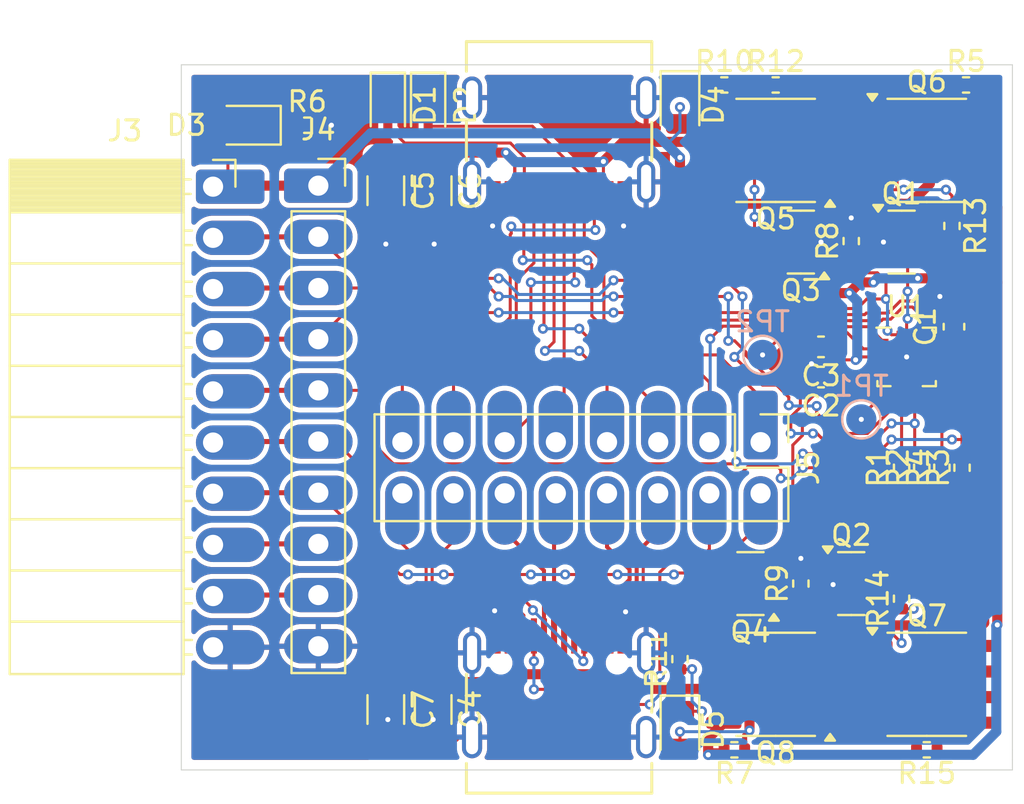
<source format=kicad_pcb>
(kicad_pcb (version 20241229) (generator "pcbnew") (generator_version "9.0")
  (layers (0 "F.Cu" signal) (2 "B.Cu" signal) (13 "F.Paste" user) (15 "B.Paste" user) (5 "F.SilkS" user "F.Silkscreen") (7 "B.SilkS" user "B.Silkscreen") (1 "F.Mask" user) (3 "B.Mask" user) (25 "Edge.Cuts" user))
  (net 0 "")
  (net 1 "+5V")
  (net 2 "GND")
  (net 3 "Net-(U1-BYPASS)")
  (net 4 "/USBOUT_VBUS")
  (net 5 "/USBIN_VBUS")
  (net 6 "/USBIN_CC2")
  (net 7 "/USBIN_CC1")
  (net 8 "/USBIN_SBU2")
  (net 9 "/USBIN_DA_N")
  (net 10 "/USBIN_SBU1")
  (net 11 "/USBIN_DA_P")
  (net 12 "/USBIN_DB_N")
  (net 13 "/USBOUT_SBU1")
  (net 14 "/USBOUT_DA_P")
  (net 15 "/USBOUT_CC1")
  (net 16 "/USBOUT_CC2")
  (net 17 "/USBOUT_SBU2")
  (net 18 "/USBOUT_DB_N")
  (net 19 "/USBOUT_DA_N")
  (net 20 "/EN_SNK")
  (net 21 "/I2C_SDA")
  (net 22 "/~{ALERT}")
  (net 23 "/I2C_SCL")
  (net 24 "Net-(J3-Pin_8)")
  (net 25 "/~{FAULT}")
  (net 26 "/EN_SRC")
  (net 27 "Net-(J3-Pin_9)")
  (net 28 "Net-(U1-ILM_5_VBUS)")
  (net 29 "Net-(U1-FRS_EN)")
  (net 32 "Net-(D4-K)")
  (net 33 "Net-(D5-K)")
  (net 34 "Net-(D3-K)")
  (net 35 "/~{EN_SRC}")
  (net 36 "/~{EN_SNK}")
  (net 37 "Net-(Q3-D)")
  (net 38 "Net-(Q4-D)")
  (net 39 "/USBIN_DB_P")
  (net 40 "/USBOUT_DB_P")
  (net 41 "Net-(Q5-G)")
  (net 42 "Net-(Q7-G)")
  (net 43 "Net-(Q5-S-Pad1)")
  (net 44 "Net-(Q7-S-Pad1)")
  (footprint "lib:R_0402_1005Metric" (layer "F.Cu") (at 69 102.5 90)
    (property "Reference" "R1")
    (property "Value" "4.7k")
  )
  (footprint "lib:SO-8_3.9x4.9mm_P1.27mm" (layer "F.Cu") (at 70.25 86.75)
    (property "Reference" "Q6")
    (property "Value" "AO4407A")
  )
  (footprint "lib:USB_C_Receptacle_LCSC_C165948" (layer "F.Cu") (at 52 114)
    (property "Reference" "J2" (hide yes))
    (property "Value" "USB_C_Receptacle_USB2.0_16P" (hide yes))
  )
  (footprint "lib:R_0402_1005Metric" (layer "F.Cu") (at 72.2 83.5)
    (property "Reference" "R5")
    (property "Value" "0R")
  )
  (footprint "lib:R_0402_1005Metric" (layer "F.Cu") (at 62.75 83.5)
    (property "Reference" "R12")
    (property "Value" "100k")
  )
  (footprint "lib:C_0603_1608Metric" (layer "F.Cu") (at 65 98 180)
    (property "Reference" "C2")
    (property "Value" "2.2uF/16V")
  )
  (footprint "lib:SOT-23-GSD" (layer "F.Cu") (at 61.5 108.25 180)
    (property "Reference" "Q4")
    (property "Value" "AO3400A")
  )
  (footprint "lib:D_SOD-323" (layer "F.Cu") (at 43.5 84.5 -90)
    (property "Reference" "D1")
    (property "Value" "PESD5V0S1BA")
  )
  (footprint "lib:PinSocket_1x10_P2.54mm_Horizontal" (layer "F.Cu") (at 34.825 88.55)
    (property "Reference" "J3")
    (property "Value" "Bus Pirate")
  )
  (footprint "lib:SO-8_3.9x4.9mm_P1.27mm" (layer "F.Cu") (at 62.75 86.75 180)
    (property "Reference" "Q5")
    (property "Value" "AO4407A")
  )
  (footprint "lib:LED_0805_2012Metric" (layer "F.Cu") (at 58 115.5 -90)
    (property "Reference" "D5")
    (property "Value" "YELLOW")
  )
  (footprint "lib:SO-8_3.9x4.9mm_P1.27mm" (layer "F.Cu") (at 70.25 113.25)
    (property "Reference" "Q7")
    (property "Value" "AO4407A")
  )
  (footprint "lib:USB_C_Receptacle_LCSC_C165948" (layer "F.Cu") (at 52 86 180)
    (property "Reference" "J1" (hide yes))
    (property "Value" "USB_C_Receptacle_USB2.0_16P" (hide yes))
  )
  (footprint "lib:R_0402_1005Metric" (layer "F.Cu") (at 60.7 116.5 180)
    (property "Reference" "R7")
    (property "Value" "0R")
  )
  (footprint "lib:SOT-23-GSD" (layer "F.Cu") (at 66.5 108.25)
    (property "Reference" "Q2")
    (property "Value" "AO3400A")
  )
  (footprint "lib:C_1206_3216Metric" (layer "F.Cu") (at 45.75 114.5 -90)
    (property "Reference" "C4")
    (property "Value" "4.7uF/50V")
  )
  (footprint "lib:SO-8_3.9x4.9mm_P1.27mm" (layer "F.Cu") (at 62.75 113.25 180)
    (property "Reference" "Q8")
    (property "Value" "AO4407A")
  )
  (footprint "lib:R_0402_1005Metric" (layer "F.Cu") (at 72 102.5 90)
    (property "Reference" "R3")
    (property "Value" "10k")
  )
  (footprint "lib:R_0402_1005Metric" (layer "F.Cu") (at 69 109 90)
    (property "Reference" "R14")
    (property "Value" "10k")
  )
  (footprint "lib:PinHeader_2x08_P2.54mm_Vertical" (layer "F.Cu") (at 62 101.23 -90)
    (property "Reference" "J5")
    (property "Value" "LINK")
  )
  (footprint "lib:R_0402_1005Metric" (layer "F.Cu") (at 58 112 90)
    (property "Reference" "R11")
    (property "Value" "1k")
  )
  (footprint "lib:LED_0805_2012Metric" (layer "F.Cu") (at 58 84.5 -90)
    (property "Reference" "D4")
    (property "Value" "GREEN")
  )
  (footprint "lib:R_0402_1005Metric" (layer "F.Cu") (at 60.2 83.5)
    (property "Reference" "R10")
    (property "Value" "1k")
  )
  (footprint "lib:QFN-16_EP_2.6x2.6_Pitch0.4mm" (layer "F.Cu") (at 69.25 97)
    (property "Reference" "U1")
    (property "Value" "PTN5110")
  )
  (footprint "lib:R_0402_1005Metric" (layer "F.Cu") (at 66.5 91.25 90)
    (property "Reference" "R8")
    (property "Value" "100k")
  )
  (footprint "lib:R_0402_1005Metric" (layer "F.Cu") (at 64 108.25 90)
    (property "Reference" "R9")
    (property "Value" "100k")
  )
  (footprint "lib:C_1206_3216Metric" (layer "F.Cu") (at 43.4 88.75 -90)
    (property "Reference" "C5")
    (property "Value" "1uF/50V")
  )
  (footprint "lib:R_0402_1005Metric" (layer "F.Cu") (at 39.5 85.5)
    (property "Reference" "R6")
    (property "Value" "1k")
  )
  (footprint "lib:D_SOD-323" (layer "F.Cu") (at 45.5 84.5 -90)
    (property "Reference" "D2")
    (property "Value" "PESD5V0S1BA")
  )
  (footprint "lib:C_0603_1608Metric" (layer "F.Cu") (at 65 96.5 180)
    (property "Reference" "C3")
    (property "Value" "2.2uF/16V")
  )
  (footprint "lib:C_0603_1608Metric" (layer "F.Cu") (at 71.6 95.5 90)
    (property "Reference" "C1")
    (property "Value" "2.2uF/16V")
  )
  (footprint "lib:R_0402_1005Metric" (layer "F.Cu") (at 71.5 90.5 -90)
    (property "Reference" "R13")
    (property "Value" "10k")
  )
  (footprint "lib:R_0402_1005Metric" (layer "F.Cu") (at 71 102.5 90)
    (property "Reference" "R4")
    (property "Value" "10k")
  )
  (footprint "lib:C_1206_3216Metric" (layer "F.Cu") (at 43.4 114.5 -90)
    (property "Reference" "C7")
    (property "Value" "0.1uF/50V")
  )
  (footprint "lib:R_0402_1005Metric" (layer "F.Cu") (at 70 102.5 90)
    (property "Reference" "R2")
    (property "Value" "4.7k")
  )
  (footprint "lib:SOT-23-GSD" (layer "F.Cu") (at 64 91.3 180)
    (property "Reference" "Q3")
    (property "Value" "AO3400A")
  )
  (footprint "lib:LED_0805_2012Metric" (layer "F.Cu") (at 36.5 85.5 180)
    (property "Reference" "D3")
    (property "Value" "RED")
  )
  (footprint "lib:SOT-23-GSD" (layer "F.Cu") (at 69 91.3)
    (property "Reference" "Q1")
    (property "Value" "AO3400A")
  )
  (footprint "lib:PinSocket_1x10_P2.54mm_Vertical" (layer "F.Cu") (at 40.05 88.5)
    (property "Reference" "J4")
    (property "Value" "Bus Pirate")
  )
  (footprint "lib:C_1206_3216Metric" (layer "F.Cu") (at 45.75 88.75 -90)
    (property "Reference" "C6")
    (property "Value" "0.1uF/50V")
  )
  (footprint "lib:R_0402_1005Metric" (layer "F.Cu") (at 70.25 116.5 180)
    (property "Reference" "R15")
    (property "Value" "100k")
  )
  (footprint "lib:TestPoint_Pad_D1.5mm" (layer "B.Cu") (at 62.1 96.9 180)
    (property "Reference" "TP2")
    (property "Value" "FRS_EN")
  )
  (footprint "lib:TestPoint_Pad_D1.5mm" (layer "B.Cu") (at 67 100.1 180)
    (property "Reference" "TP1")
    (property "Value" "ILM_5_VBUS")
  )
  (gr_line (start 74.5 117.5) (end 33.25 117.5) (stroke (width 0.05)) (layer "Edge.Cuts"))
  (gr_line (start 74.5 82.5) (end 74.5 116.5) (stroke (width 0.05)) (layer "Edge.Cuts"))
  (gr_line (start 74.5 116.5) (end 74.5 117) (stroke (width 0.05)) (layer "Edge.Cuts"))
  (gr_line (start 74.5 117) (end 74.5 117.5) (stroke (width 0.05)) (layer "Edge.Cuts"))
  (gr_line (start 33.25 82.5) (end 74.5 82.5) (stroke (width 0.05)) (layer "Edge.Cuts"))
  (gr_line (start 33.25 117.5) (end 33.25 82.5) (stroke (width 0.05)) (layer "Edge.Cuts"))
  (segment (start 66.936857 93.3) (end 66.403744 93.833113) (width 0.5) (layer "F.Cu") (net 1))
  (segment (start 58 87.1) (end 58 88.138388) (width 0.5) (layer "F.Cu") (net 1))
  (segment (start 72.6 96.3) (end 72.6 93.7) (width 0.5) (layer "F.Cu") (net 1))
  (segment (start 73.1 110.2) (end 72.59 110.71) (width 0.5) (layer "F.Cu") (net 1))
  (segment (start 72.825 111.345) (end 72.59 111.11) (width 0.5) (layer "F.Cu") (net 1))
  (segment (start 65.945493 97.145493) (end 66.718169 97.145493) (width 0.15) (layer "F.Cu") (net 1))
  (segment (start 35.5625 85.5) (end 35.5625 87.8125) (width 0.15) (layer "F.Cu") (net 1))
  (segment (start 72.59 111.11) (end 71.805 110.325) (width 0.5) (layer "F.Cu") (net 1))
  (segment (start 72.6 93.7) (end 72 93.1) (width 0.5) (layer "F.Cu") (net 1))
  (segment (start 66.863662 97) (end 66.718169 97.145493) (width 0.15) (layer "F.Cu") (net 1))
  (segment (start 72.59 110.71) (end 72.59 111.11) (width 0.5) (layer "F.Cu") (net 1))
  (segment (start 66.612346 110.325) (end 66.437346 110.5) (width 0.5) (layer "F.Cu") (net 1))
  (segment (start 61.451 111.149) (end 61.451 115.537388) (width 0.5) (layer "F.Cu") (net 1))
  (segment (start 71 103.01) (end 72 103.01) (width 0.15) (layer "F.Cu") (net 1))
  (segment (start 61.451 115.537388) (end 61.21 115.778388) (width 0.25) (layer "F.Cu") (net 1))
  (segment (start 69 103.01) (end 70 103.01) (width 0.15) (layer "F.Cu") (net 1))
  (segment (start 73.089 103.01) (end 73.099 103) (width 0.15) (layer "F.Cu") (net 1))
  (segment (start 71.275 96.6) (end 71.6 96.275) (width 0.15) (layer "F.Cu") (net 1))
  (segment (start 65.775 96.5) (end 65.775 96.975) (width 0.15) (layer "F.Cu") (net 1))
  (segment (start 72.825 111.345) (end 72.825 112.615) (width 0.5) (layer "F.Cu") (net 1))
  (segment (start 66.437346 110.5) (end 62.1 110.5) (width 0.5) (layer "F.Cu") (net 1))
  (segment (start 72 103.01) (end 73.089 103.01) (width 0.15) (layer "F.Cu") (net 1))
  (segment (start 58 85.4375) (end 58 84.6) (width 0.15) (layer "F.Cu") (net 1))
  (segment (start 63.694725 93.833113) (end 66.403744 93.833113) (width 0.5) (layer "F.Cu") (net 1))
  (segment (start 70.35 96.6) (end 71.275 96.6) (width 0.15) (layer "F.Cu") (net 1))
  (segment (start 72.825 113.885) (end 72.825 115.155) (width 0.5) (layer "F.Cu") (net 1))
  (segment (start 72.575 96.275) (end 72.6 96.3) (width 0.25) (layer "F.Cu") (net 1))
  (segment (start 62.1 110.5) (end 61.451 111.149) (width 0.5) (layer "F.Cu") (net 1))
  (segment (start 72.6 96.3) (end 73.099 96.799) (width 0.5) (layer "F.Cu") (net 1))
  (segment (start 72.825 112.615) (end 72.825 113.885) (width 0.5) (layer "F.Cu") (net 1))
  (segment (start 70 103.01) (end 71 103.01) (width 0.15) (layer "F.Cu") (net 1))
  (segment (start 35.5625 87.8125) (end 34.825 88.55) (width 0.15) (layer "F.Cu") (net 1))
  (segment (start 71.6 96.275) (end 72.575 96.275) (width 0.25) (layer "F.Cu") (net 1))
  (segment (start 61.21 115.778388) (end 61.21 116.5) (width 0.25) (layer "F.Cu") (net 1))
  (segment (start 73.099 103) (end 73.099 110.199) (width 0.5) (layer "F.Cu") (net 1))
  (segment (start 67.6 93.3) (end 66.936857 93.3) (width 0.5) (layer "F.Cu") (net 1))
  (segment (start 40.05 88.5) (end 34.875 88.5) (width 0.5) (layer "F.Cu") (net 1))
  (segment (start 58 116.4375) (end 58 115.6) (width 0.15) (layer "F.Cu") (net 1))
  (segment (start 73.099 96.799) (end 73.099 103) (width 0.5) (layer "F.Cu") (net 1))
  (segment (start 58 88.138388) (end 63.694725 93.833113) (width 0.5) (layer "F.Cu") (net 1))
  (segment (start 72 93.1) (end 69.8 93.1) (width 0.5) (layer "F.Cu") (net 1))
  (segment (start 71.805 110.325) (end 66.612346 110.325) (width 0.5) (layer "F.Cu") (net 1))
  (segment (start 65.775 96.975) (end 65.945493 97.145493) (width 0.15) (layer "F.Cu") (net 1))
  (segment (start 34.875 88.5) (end 34.825 88.55) (width 0.5) (layer "F.Cu") (net 1))
  (segment (start 68.15 97) (end 66.863662 97) (width 0.15) (layer "F.Cu") (net 1))
  (via (at 58 115.6) (size 0.5) (drill 0.25) (layers "F.Cu" "B.Cu") (net 1))
  (via (at 61.451 115.537388) (size 0.5) (drill 0.25) (layers "F.Cu" "B.Cu") (net 1))
  (via (at 69.8 93.1) (size 0.5) (drill 0.25) (layers "F.Cu" "B.Cu") (net 1))
  (via (at 66.718169 97.145493) (size 0.5) (drill 0.25) (layers "F.Cu" "B.Cu") (net 1))
  (via (at 58 87.1) (size 0.5) (drill 0.25) (layers "F.Cu" "B.Cu") (net 1))
  (via (at 66.403744 93.833113) (size 0.5) (drill 0.25) (layers "F.Cu" "B.Cu") (net 1))
  (via (at 67.6 93.3) (size 0.5) (drill 0.25) (layers "F.Cu" "B.Cu") (net 1))
  (via (at 58 84.6) (size 0.5) (drill 0.25) (layers "F.Cu" "B.Cu") (net 1))
  (segment (start 58 85.8) (end 57.35 86.45) (width 0.15) (layer "B.Cu") (net 1))
  (segment (start 40.05 88.5) (end 42.65 85.9) (width 0.5) (layer "B.Cu") (net 1))
  (segment (start 67.8 93.1) (end 69.8 93.1) (width 0.5) (layer "B.Cu") (net 1))
  (segment (start 58 84.6) (end 58 85.8) (width 0.15) (layer "B.Cu") (net 1))
  (segment (start 57.35 86.45) (end 58 87.1) (width 0.5) (layer "B.Cu") (net 1))
  (segment (start 61.388388 115.6) (end 61.451 115.537388) (width 0.15) (layer "B.Cu") (net 1))
  (segment (start 58 115.6) (end 61.388388 115.6) (width 0.15) (layer "B.Cu") (net 1))
  (segment (start 66.718169 97.145493) (end 66.8 97.063662) (width 0.5) (layer "B.Cu") (net 1))
  (segment (start 66.8 97.063662) (end 66.8 94.229369) (width 0.5) (layer "B.Cu") (net 1))
  (segment (start 67.6 93.3) (end 67.8 93.1) (width 0.5) (layer "B.Cu") (net 1))
  (segment (start 66.8 94.229369) (end 66.403744 93.833113) (width 0.5) (layer "B.Cu") (net 1))
  (segment (start 42.65 85.9) (end 56.8 85.9) (width 0.5) (layer "B.Cu") (net 1))
  (segment (start 56.8 85.9) (end 57.35 86.45) (width 0.5) (layer "B.Cu") (net 1))
  (segment (start 67.6 91.5) (end 67.8 91.3) (width 0.15) (layer "F.Cu") (net 2))
  (segment (start 45.75 115) (end 45.75 115.975) (width 0.5) (layer "F.Cu") (net 2))
  (segment (start 70.9 94) (end 71.4 94) (width 0.25) (layer "F.Cu") (net 2))
  (segment (start 71.4 94) (end 71.6 94.2) (width 0.25) (layer "F.Cu") (net 2))
  (segment (start 67.8 91.3) (end 68.1 91.3) (width 0.15) (layer "F.Cu") (net 2))
  (segment (start 64.225 98) (end 64.528472 97.696528) (width 0.15) (layer "F.Cu") (net 2))
  (segment (start 43.5 115) (end 43.5 115.975) (width 0.5) (layer "F.Cu") (net 2))
  (segment (start 64.528472 97.696528) (end 64.528472 97.337995) (width 0.15) (layer "F.Cu") (net 2))
  (segment (start 64.225 97.034523) (end 64.528472 97.337995) (width 0.15) (layer "F.Cu") (net 2))
  (segment (start 64.225 96.5) (end 64.225 97.034523) (width 0.15) (layer "F.Cu") (net 2))
  (segment (start 67.6 92.2) (end 67.6 91.5) (width 0.15) (layer "F.Cu") (net 2))
  (segment (start 66.5 90.1) (end 66.5 90.74) (width 0.15) (layer "F.Cu") (net 2))
  (segment (start 71.6 94.2) (end 71.6 94.725) (width 0.25) (layer "F.Cu") (net 2))
  (via (at 48.8 109.6) (size 0.5) (drill 0.25) (layers "F.Cu" "B.Cu") (net 2))
  (via (at 43.5 115) (size 0.5) (drill 0.25) (layers "F.Cu" "B.Cu") (net 2))
  (via (at 68.1 91.3) (size 0.5) (drill 0.25) (layers "F.Cu" "B.Cu") (net 2))
  (via (at 55.3 109.651) (size 0.5) (drill 0.25) (layers "F.Cu" "B.Cu") (net 2))
  (via (at 65 91.3) (size 0.5) (drill 0.25) (layers "F.Cu" "B.Cu") (net 2))
  (via (at 40.7 85.5) (size 0.5) (drill 0.25) (layers "F.Cu" "B.Cu") (net 2))
  (via (at 65.6 108.3) (size 0.5) (drill 0.25) (layers "F.Cu" "B.Cu") (net 2))
  (via (at 48.7 90.5) (size 0.5) (drill 0.25) (layers "F.Cu" "B.Cu") (net 2))
  (via (at 64 107) (size 0.5) (drill 0.25) (layers "F.Cu" "B.Cu") (net 2))
  (via (at 45.75 115) (size 0.5) (drill 0.25) (layers "F.Cu" "B.Cu") (net 2))
  (via (at 64.528472 97.337995) (size 0.5) (drill 0.25) (layers "F.Cu" "B.Cu") (net 2))
  (via (at 45.8 91.4) (size 0.5) (drill 0.25) (layers "F.Cu" "B.Cu") (net 2))
  (via (at 43.4 91.4) (size 0.5) (drill 0.25) (layers "F.Cu" "B.Cu") (net 2))
  (via (at 69.25 97) (size 0.5) (drill 0.25) (layers "F.Cu" "B.Cu") (net 2))
  (via (at 70.9 94) (size 0.5) (drill 0.25) (layers "F.Cu" "B.Cu") (net 2))
  (via (at 55.2 90.5) (size 0.5) (drill 0.25) (layers "F.Cu" "B.Cu") (net 2))
  (via (at 66.5 90.1) (size 0.5) (drill 0.25) (layers "F.Cu" "B.Cu") (net 2))
  (segment (start 68.15 97.4) (end 67.276835 97.4) (width 0.15) (layer "F.Cu") (net 3))
  (segment (start 67.276835 97.4) (end 66.676835 98) (width 0.15) (layer "F.Cu") (net 3))
  (segment (start 66.676835 98) (end 65.775 98) (width 0.15) (layer "F.Cu") (net 3))
  (segment (start 49.811 112.689) (end 49.811 110.911) (width 0.25) (layer "F.Cu") (net 4))
  (segment (start 54.189 110.911) (end 54.189 112.561) (width 0.25) (layer "F.Cu") (net 4))
  (segment (start 54.189 112.561) (end 54 112.75) (width 0.25) (layer "F.Cu") (net 4))
  (segment (start 49.811 110.911) (end 49.75 110.85) (width 0.25) (layer "F.Cu") (net 4))
  (segment (start 72.825 83.615) (end 72.71 83.5) (width 0.25) (layer "F.Cu") (net 4))
  (segment (start 54 112.75) (end 54.726 113.476) (width 0.5) (layer "F.Cu") (net 4))
  (segment (start 54 112.75) (end 49.75 112.75) (width 0.5) (layer "F.Cu") (net 4))
  (segment (start 60.175 111.345) (end 60.175 112.615) (width 0.5) (layer "F.Cu") (net 4))
  (segment (start 60.19 116.5) (end 59.65 116.5) (width 0.15) (layer "F.Cu") (net 4))
  (segment (start 73.749 89.579) (end 73.749 93.3) (width 0.5) (layer "F.Cu") (net 4))
  (segment (start 60.175 113.885) (end 59.441068 113.885) (width 0.25) (layer "F.Cu") (net 4))
  (segment (start 72.825 88.655) (end 73.749 89.579) (width 0.5) (layer "F.Cu") (net 4))
  (segment (start 72.825 84.845) (end 72.825 88.655) (width 0.5) (layer "F.Cu") (net 4))
  (segment (start 49.75 112.75) (end 49.359 113.141) (width 0.5) (layer "F.Cu") (net 4))
  (segment (start 59.4 115.93) (end 60.175 115.155) (width 0.5) (layer "F.Cu") (net 4))
  (segment (start 45.75 113.025) (end 43.5 113.025) (width 0.5) (layer "F.Cu") (net 4))
  (segment (start 49.811 112.689) (end 49.359 113.141) (width 0.5) (layer "F.Cu") (net 4))
  (segment (start 45.866 113.141) (end 45.75 113.025) (width 0.5) (layer "F.Cu") (net 4))
  (segment (start 72.825 84.845) (end 72.825 83.615) (width 0.25) (layer "F.Cu") (net 4))
  (segment (start 59.65 116.5) (end 59.4 116.75) (width 0.15) (layer "F.Cu") (net 4))
  (segment (start 59.441068 113.885) (end 59.032068 113.476) (width 0.25) (layer "F.Cu") (net 4))
  (segment (start 54.726 113.476) (end 59.032068 113.476) (width 0.5) (layer "F.Cu") (net 4))
  (segment (start 59.4 116.75) (end 59.4 115.93) (width 0.5) (layer "F.Cu") (net 4))
  (segment (start 49.359 113.141) (end 45.866 113.141) (width 0.5) (layer "F.Cu") (net 4))
  (segment (start 73.749 93.3) (end 73.75 93.3) (width 0.5) (layer "F.Cu") (net 4))
  (segment (start 73.75 110.3) (end 73.75 93.299998) (width 0.5) (layer "F.Cu") (net 4))
  (segment (start 60.175 112.615) (end 60.175 113.885) (width 0.5) (layer "F.Cu") (net 4))
  (segment (start 60.175 113.885) (end 60.175 115.155) (width 0.5) (layer "F.Cu") (net 4))
  (segment (start 54.25 110.85) (end 54.189 110.911) (width 0.25) (layer "F.Cu") (net 4))
  (via (at 59.4 116.75) (size 0.5) (drill 0.25) (layers "F.Cu" "B.Cu") (net 4))
  (via (at 73.75 110.3) (size 0.5) (drill 0.25) (layers "F.Cu" "B.Cu") (net 4))
  (segment (start 59.4 116.749) (end 72.551 116.749) (width 0.5) (layer "B.Cu") (net 4))
  (segment (start 73.75 110.3) (end 73.7 110.35) (width 0.5) (layer "B.Cu") (net 4))
  (segment (start 73.7 110.35) (end 73.7 115.6) (width 0.5) (layer "B.Cu") (net 4))
  (segment (start 73.7 115.6) (end 72.551 116.749) (width 0.5) (layer "B.Cu") (net 4))
  (segment (start 59.4 116.749) (end 59.4 116.75) (width 0.5) (layer "B.Cu") (net 4))
  (segment (start 69.026 90.659902) (end 69.026 89.426) (width 0.15) (layer "F.Cu") (net 5))
  (segment (start 69.3 93.75) (end 69.3 91.935902) (width 0.15) (layer "F.Cu") (net 5))
  (segment (start 54.55 88.390653) (end 54.2 88.040653) (width 0.15) (layer "F.Cu") (net 5))
  (segment (start 68.9 90.785902) (end 69.026 90.659902) (width 0.15) (layer "F.Cu") (net 5))
  (segment (start 54.2 88.040653) (end 54.2 87.9) (width 0.15) (layer "F.Cu") (net 5))
  (segment (start 55.174 86.326) (end 58.426 86.326) (width 0.5) (layer "F.Cu") (net 5))
  (segment (start 69.4 89.4) (end 70.4 88.4) (width 0.5) (layer "F.Cu") (net 5))
  (segment (start 54.2 89.1) (end 54.2 87.9) (width 0.15) (layer "F.Cu") (net 5))
  (segment (start 68.9 91.535902) (end 68.9 90.785902) (width 0.15) (layer "F.Cu") (net 5))
  (segment (start 49.359 86.859) (end 46.166 86.859) (width 0.5) (layer "F.Cu") (net 5))
  (segment (start 69.3 91.935902) (end 68.9 91.535902) (width 0.15) (layer "F.Cu") (net 5))
  (segment (start 60.175 84.845) (end 60.175 86.8) (width 0.5) (layer "F.Cu") (net 5))
  (segment (start 49.45 89.15) (end 49.45 88.390653) (width 0.15) (layer "F.Cu") (net 5))
  (segment (start 60.175 86.8) (end 60.175 88.655) (width 0.5) (layer "F.Cu") (net 5))
  (segment (start 60.175 88.655) (end 60.92 89.4) (width 0.5) (layer "F.Cu") (net 5))
  (segment (start 49.45 88.390653) (end 49.8 88.040653) (width 0.15) (layer "F.Cu") (net 5))
  (segment (start 60.92 89.4) (end 69 89.4) (width 0.5) (layer "F.Cu") (net 5))
  (segment (start 54.2 87.3) (end 55.174 86.326) (width 0.5) (layer "F.Cu") (net 5))
  (segment (start 58.426 86.326) (end 58.9 86.8) (width 0.5) (layer "F.Cu") (net 5))
  (segment (start 70.7 83.5) (end 71.69 83.5) (width 0.25) (layer "F.Cu") (net 5))
  (segment (start 69.25 95.9) (end 69.25 95.15) (width 0.15) (layer "F.Cu") (net 5))
  (segment (start 49.8 89.1) (end 49.8 87.3) (width 0.15) (layer "F.Cu") (net 5))
  (segment (start 46.166 86.859) (end 45.75 87.275) (width 0.5) (layer "F.Cu") (net 5))
  (segment (start 69 89.4) (end 69.4 89.4) (width 0.5) (layer "F.Cu") (net 5))
  (segment (start 54.25 89.15) (end 54.2 89.1) (width 0.15) (layer "F.Cu") (net 5))
  (segment (start 49.8 87.3) (end 49.359 86.859) (width 0.5) (layer "F.Cu") (net 5))
  (segment (start 54.55 89.15) (end 54.55 88.390653) (width 0.15) (layer "F.Cu") (net 5))
  (segment (start 70.4 88.4) (end 70.4 83.8) (width 0.5) (layer "F.Cu") (net 5))
  (segment (start 49.75 89.15) (end 49.8 89.1) (width 0.15) (layer "F.Cu") (net 5))
  (segment (start 49.8 88.040653) (end 49.8 87.3) (width 0.15) (layer "F.Cu") (net 5))
  (segment (start 70.4 83.8) (end 70.7 83.5) (width 0.25) (layer "F.Cu") (net 5))
  (segment (start 69.026 89.426) (end 69 89.4) (width 0.15) (layer "F.Cu") (net 5))
  (segment (start 54.2 87.9) (end 54.2 87.3) (width 0.15) (layer "F.Cu") (net 5))
  (segment (start 69.25 95.15) (end 69.3 95.1) (width 0.15) (layer "F.Cu") (net 5))
  (segment (start 58.9 86.8) (end 60.175 86.8) (width 0.5) (layer "F.Cu") (net 5))
  (segment (start 45.75 87.275) (end 43.4 87.275) (width 0.5) (layer "F.Cu") (net 5))
  (via (at 69.3 95.1) (size 0.5) (drill 0.25) (layers "F.Cu" "B.Cu") (net 5))
  (via (at 49.359 86.859) (size 0.5) (drill 0.25) (layers "F.Cu" "B.Cu") (net 5))
  (via (at 69.3 93.75) (size 0.5) (drill 0.25) (layers "F.Cu" "B.Cu") (net 5))
  (via (at 54.2 87.3) (size 0.5) (drill 0.25) (layers "F.Cu" "B.Cu") (net 5))
  (segment (start 49.83186 87.33186) (end 49.359 86.859) (width 0.5) (layer "B.Cu") (net 5))
  (segment (start 54.16814 87.33186) (end 49.83186 87.33186) (width 0.5) (layer "B.Cu") (net 5))
  (segment (start 54.2 87.3) (end 54.16814 87.33186) (width 0.5) (layer "B.Cu") (net 5))
  (segment (start 69.3 95.1) (end 69.3 93.75) (width 0.15) (layer "B.Cu") (net 5))
  (segment (start 53.625 92.425) (end 53.4 92.2) (width 0.15) (layer "F.Cu") (net 6))
  (segment (start 54.337563 95.675) (end 53.625 94.962437) (width 0.15) (layer "F.Cu") (net 6))
  (segment (start 68.074002 95.124998) (end 67.999 95.2) (width 0.15) (layer "F.Cu") (net 6))
  (segment (start 69.65 95.9) (end 69.875 95.675) (width 0.15) (layer "F.Cu") (net 6))
  (segment (start 68.461829 95.124998) (end 68.074002 95.124998) (width 0.15) (layer "F.Cu") (net 6))
  (segment (start 56.875 95.675) (end 54.337563 95.675) (width 0.15) (layer "F.Cu") (net 6))
  (segment (start 63.375736 95.2) (end 63.101736 95.474) (width 0.15) (layer "F.Cu") (net 6))
  (segment (start 65.107428 95.2) (end 63.375736 95.2) (width 0.15) (layer "F.Cu") (net 6))
  (segment (start 50.25 92.15) (end 50.25 89.15) (width 0.15) (layer "F.Cu") (net 6))
  (segment (start 50.276 89.124) (end 50.25 89.15) (width 0.15) (layer "F.Cu") (net 6))
  (segment (start 65.108428 95.199) (end 65.107428 95.2) (width 0.15) (layer "F.Cu") (net 6))
  (segment (start 69.061827 94.525) (end 68.461829 95.124998) (width 0.15) (layer "F.Cu") (net 6))
  (segment (start 60.126 95.474) (end 59.5 96.1) (width 0.15) (layer "F.Cu") (net 6))
  (segment (start 69.538173 94.525) (end 69.061827 94.525) (width 0.15) (layer "F.Cu") (net 6))
  (segment (start 63.101736 95.474) (end 60.126 95.474) (width 0.15) (layer "F.Cu") (net 6))
  (segment (start 69.875 95.675) (end 69.875 94.861827) (width 0.15) (layer "F.Cu") (net 6))
  (segment (start 59.46 101.23) (end 59.46 98.26) (width 0.15) (layer "F.Cu") (net 6))
  (segment (start 66.441572 95.199) (end 65.108428 95.199) (width 0.15) (layer "F.Cu") (net 6))
  (segment (start 67.999 95.2) (end 66.442572 95.2) (width 0.15) (layer "F.Cu") (net 6))
  (segment (start 66.442572 95.2) (end 66.441572 95.199) (width 0.15) (layer "F.Cu") (net 6))
  (segment (start 44.334 86.384) (end 49.584 86.384) (width 0.15) (layer "F.Cu") (net 6))
  (segment (start 50.2 92.2) (end 50.25 92.15) (width 0.15) (layer "F.Cu") (net 6))
  (segment (start 53.625 94.962437) (end 53.625 92.425) (width 0.15) (layer "F.Cu") (net 6))
  (segment (start 69.875 94.861827) (end 69.538173 94.525) (width 0.15) (layer "F.Cu") (net 6))
  (segment (start 50.276 87.076) (end 50.276 89.124) (width 0.15) (layer "F.Cu") (net 6))
  (segment (start 49.584 86.384) (end 50.276 87.076) (width 0.15) (layer "F.Cu") (net 6))
  (segment (start 59.46 98.26) (end 56.875 95.675) (width 0.15) (layer "F.Cu") (net 6))
  (segment (start 43.5 85.55) (end 44.334 86.384) (width 0.15) (layer "F.Cu") (net 6))
  (via (at 59.5 96.1) (size 0.5) (drill 0.25) (layers "F.Cu" "B.Cu") (net 6))
  (via (at 50.2 92.2) (size 0.5) (drill 0.25) (layers "F.Cu" "B.Cu") (net 6))
  (via (at 53.4 92.2) (size 0.5) (drill 0.25) (layers "F.Cu" "B.Cu") (net 6))
  (segment (start 59.5 101.19) (end 59.46 101.23) (width 0.15) (layer "B.Cu") (net 6))
  (segment (start 53.4 92.2) (end 50.2 92.2) (width 0.15) (layer "B.Cu") (net 6))
  (segment (start 59.5 96.1) (end 59.5 101.19) (width 0.15) (layer "B.Cu") (net 6))
  (segment (start 53.25 89.15) (end 53.25 91.35) (width 0.15) (layer "F.Cu") (net 7))
  (segment (start 58.25 96.35) (end 58.8 96.9) (width 0.15) (layer "F.Cu") (net 7))
  (segment (start 70.35 94.912563) (end 69.662437 94.225) (width 0.15) (layer "F.Cu") (net 7))
  (segment (start 53.25 88.125) (end 50.675 85.55) (width 0.15) (layer "F.Cu") (net 7))
  (segment (start 50.675 85.55) (end 45.5 85.55) (width 0.15) (layer "F.Cu") (net 7))
  (segment (start 54.225 92.325) (end 54.225 95.138173) (width 0.15) (layer "F.Cu") (net 7))
  (segment (start 59.9 96.9) (end 62 99) (width 0.15) (layer "F.Cu") (net 7))
  (segment (start 57.275 95.375) (end 58.25 96.35) (width 0.15) (layer "F.Cu") (net 7))
  (segment (start 68.337565 94.824998) (end 67.246754 94.824998) (width 0.15) (layer "F.Cu") (net 7))
  (segment (start 54.225 95.138173) (end 54.461827 95.375) (width 0.15) (layer "F.Cu") (net 7))
  (segment (start 53.25 89.15) (end 53.25 88.125) (width 0.15) (layer "F.Cu") (net 7))
  (segment (start 70.35 96.2) (end 70.35 94.912563) (width 0.15) (layer "F.Cu") (net 7))
  (segment (start 54.461827 95.375) (end 57.275 95.375) (width 0.15) (layer "F.Cu") (net 7))
  (segment (start 69.662437 94.225) (end 68.937563 94.225) (width 0.15) (layer "F.Cu") (net 7))
  (segment (start 67.246754 94.824998) (end 67.171751 94.9) (width 0.15) (layer "F.Cu") (net 7))
  (segment (start 66.566836 94.9) (end 66.565836 94.899) (width 0.15) (layer "F.Cu") (net 7))
  (segment (start 59.426 95.174) (end 58.25 96.35) (width 0.15) (layer "F.Cu") (net 7))
  (segment (start 68.937563 94.225) (end 68.337565 94.824998) (width 0.15) (layer "F.Cu") (net 7))
  (segment (start 66.565836 94.899) (end 64.984164 94.899) (width 0.15) (layer "F.Cu") (net 7))
  (segment (start 58.8 96.9) (end 59.9 96.9) (width 0.15) (layer "F.Cu") (net 7))
  (segment (start 62.977472 95.174) (end 59.426 95.174) (width 0.15) (layer "F.Cu") (net 7))
  (segment (start 63.251472 94.9) (end 62.977472 95.174) (width 0.15) (layer "F.Cu") (net 7))
  (segment (start 53.25 91.35) (end 54.225 92.325) (width 0.15) (layer "F.Cu") (net 7))
  (segment (start 62 99) (end 62 101.23) (width 0.15) (layer "F.Cu") (net 7))
  (segment (start 64.983164 94.9) (end 63.251472 94.9) (width 0.15) (layer "F.Cu") (net 7))
  (segment (start 67.171751 94.9) (end 66.566836 94.9) (width 0.15) (layer "F.Cu") (net 7))
  (segment (start 64.984164 94.899) (end 64.983164 94.9) (width 0.15) (layer "F.Cu") (net 7))
  (segment (start 44.22 101.23) (end 44.22 96.28) (width 0.15) (layer "F.Cu") (net 8))
  (segment (start 53.75 90.65) (end 53.8 90.7) (width 0.15) (layer "F.Cu") (net 8))
  (segment (start 49.575 95.038173) (end 49.575 90.925) (width 0.15) (layer "F.Cu") (net 8))
  (segment (start 49.625 90.875) (end 49.625 90.525002) (width 0.15) (layer "F.Cu") (net 8))
  (segment (start 44.425 96.075) (end 48.538173 96.075) (width 0.15) (layer "F.Cu") (net 8))
  (segment (start 48.538173 96.075) (end 49.575 95.038173) (width 0.15) (layer "F.Cu") (net 8))
  (segment (start 53.75 89.15) (end 53.75 90.65) (width 0.15) (layer "F.Cu") (net 8))
  (segment (start 44.22 96.28) (end 44.425 96.075) (width 0.15) (layer "F.Cu") (net 8))
  (segment (start 49.575 90.925) (end 49.625 90.875) (width 0.15) (layer "F.Cu") (net 8))
  (via (at 53.8 90.7) (size 0.5) (drill 0.25) (layers "F.Cu" "B.Cu") (net 8))
  (via (at 49.625 90.525002) (size 0.5) (drill 0.25) (layers "F.Cu" "B.Cu") (net 8))
  (segment (start 53.8 90.7) (end 49.799998 90.7) (width 0.15) (layer "B.Cu") (net 8))
  (segment (start 49.799998 90.7) (end 49.625 90.525002) (width 0.15) (layer "B.Cu") (net 8))
  (segment (start 53 96.7) (end 54.38 98.08) (width 0.15) (layer "F.Cu") (net 9))
  (segment (start 51.75 89.15) (end 51.75 96.25) (width 0.15) (layer "F.Cu") (net 9))
  (segment (start 51.75 96.25) (end 51.3 96.7) (width 0.15) (layer "F.Cu") (net 9))
  (segment (start 54.38 98.08) (end 54.38 101.23) (width 0.15) (layer "F.Cu") (net 9))
  (via (at 53 96.7) (size 0.5) (drill 0.25) (layers "F.Cu" "B.Cu") (net 9))
  (via (at 51.3 96.7) (size 0.5) (drill 0.25) (layers "F.Cu" "B.Cu") (net 9))
  (segment (start 51.3 96.7) (end 53 96.7) (width 0.15) (layer "B.Cu") (net 9))
  (segment (start 46.76 98.34) (end 46.76 101.23) (width 0.15) (layer "F.Cu") (net 10))
  (segment (start 49.875 93.211827) (end 49.875 95.225) (width 0.15) (layer "F.Cu") (net 10))
  (segment (start 49.875 95.225) (end 46.76 98.34) (width 0.15) (layer "F.Cu") (net 10))
  (segment (start 50.75 92.336827) (end 49.875 93.211827) (width 0.15) (layer "F.Cu") (net 10))
  (segment (start 50.75 89.15) (end 50.75 92.336827) (width 0.15) (layer "F.Cu") (net 10))
  (segment (start 52.25 89.15) (end 52.25 100.82) (width 0.15) (layer "F.Cu") (net 11))
  (segment (start 52.25 100.82) (end 51.84 101.23) (width 0.15) (layer "F.Cu") (net 11))
  (segment (start 50.6 99.93) (end 50.6 93.3) (width 0.15) (layer "F.Cu") (net 12))
  (segment (start 52.75 93.25) (end 52.8 93.3) (width 0.15) (layer "F.Cu") (net 12))
  (segment (start 52.75 89.15) (end 52.75 93.25) (width 0.15) (layer "F.Cu") (net 12))
  (segment (start 49.3 101.23) (end 50.6 99.93) (width 0.15) (layer "F.Cu") (net 12))
  (via (at 52.8 93.3) (size 0.5) (drill 0.25) (layers "F.Cu" "B.Cu") (net 12))
  (via (at 50.6 93.3) (size 0.5) (drill 0.25) (layers "F.Cu" "B.Cu") (net 12))
  (segment (start 50.6 93.3) (end 52.8 93.3) (width 0.15) (layer "B.Cu") (net 12))
  (segment (start 46.76 106.14) (end 45.7 107.2) (width 0.15) (layer "F.Cu") (net 13))
  (segment (start 46.1 108.8) (end 50 108.8) (width 0.15) (layer "F.Cu") (net 13))
  (segment (start 45.9 108.6) (end 46.1 108.8) (width 0.15) (layer "F.Cu") (net 13))
  (segment (start 45.7 107.2) (end 45.7 108.4) (width 0.15) (layer "F.Cu") (net 13))
  (segment (start 53.25 112.05) (end 53.25 110.85) (width 0.15) (layer "F.Cu") (net 13))
  (segment (start 50.7 109.5) (end 50.7 109.574998) (width 0.15) (layer "F.Cu") (net 13))
  (segment (start 53.2 112.1) (end 53.25 112.05) (width 0.15) (layer "F.Cu") (net 13))
  (segment (start 50 108.8) (end 50.7 109.5) (width 0.15) (layer "F.Cu") (net 13))
  (segment (start 46.76 103.77) (end 46.76 106.14) (width 0.15) (layer "F.Cu") (net 13))
  (segment (start 45.7 108.4) (end 45.9 108.6) (width 0.15) (layer "F.Cu") (net 13))
  (via (at 53.2 112.1) (size 0.5) (drill 0.25) (layers "F.Cu" "B.Cu") (net 13))
  (via (at 50.7 109.574998) (size 0.5) (drill 0.25) (layers "F.Cu" "B.Cu") (net 13))
  (segment (start 50.7 109.574998) (end 53.2 112.074998) (width 0.15) (layer "B.Cu") (net 13))
  (segment (start 53.2 112.074998) (end 53.2 112.1) (width 0.15) (layer "B.Cu") (net 13))
  (segment (start 51.84 103.77) (end 51.75 103.86) (width 0.2) (layer "F.Cu") (net 14))
  (segment (start 51.75 103.86) (end 51.75 110.85) (width 0.2) (layer "F.Cu") (net 14))
  (segment (start 50.75 112.1) (end 50.75 110.85) (width 0.15) (layer "F.Cu") (net 15))
  (segment (start 57.461827 107.225) (end 60.021896 107.225) (width 0.15) (layer "F.Cu") (net 15))
  (segment (start 53.75 113.5) (end 50.75 113.5) (width 0.15) (layer "F.Cu") (net 15))
  (segment (start 62 105.246896) (end 62 103.77) (width 0.15) (layer "F.Cu") (net 15))
  (segment (start 57 107.686827) (end 57.461827 107.225) (width 0.15) (layer "F.Cu") (net 15))
  (segment (start 60.021896 107.225) (end 62 105.246896) (width 0.15) (layer "F.Cu") (net 15))
  (segment (start 57 110.246896) (end 57 107.686827) (width 0.15) (layer "F.Cu") (net 15))
  (segment (start 56.996896 110.25) (end 57 110.246896) (width 0.15) (layer "F.Cu") (net 15))
  (segment (start 57 113) (end 56.996896 110.25) (width 0.15) (layer "F.Cu") (net 15))
  (segment (start 56.5 114.25) (end 54.5 114.25) (width 0.15) (layer "F.Cu") (net 15))
  (segment (start 54.5 114.25) (end 53.75 113.5) (width 0.15) (layer "F.Cu") (net 15))
  (via (at 57 112.826) (size 0.5) (drill 0.25) (layers "F.Cu" "B.Cu") (net 15))
  (via (at 56.5 114.25) (size 0.5) (drill 0.25) (layers "F.Cu" "B.Cu") (net 15))
  (via (at 50.75 112.1) (size 0.5) (drill 0.25) (layers "F.Cu" "B.Cu") (net 15))
  (via (at 50.75 113.5) (size 0.5) (drill 0.25) (layers "F.Cu" "B.Cu") (net 15))
  (segment (start 56.5 114.25) (end 57 113.75) (width 0.15) (layer "B.Cu") (net 15))
  (segment (start 50.75 113.5) (end 50.75 112.1) (width 0.15) (layer "B.Cu") (net 15))
  (segment (start 57 113.75) (end 57 112.826) (width 0.15) (layer "B.Cu") (net 15))
  (segment (start 59.46 106.54) (end 59.46 103.77) (width 0.15) (layer "F.Cu") (net 16))
  (segment (start 55.428537 109.076) (end 56.176 108.328536) (width 0.15) (layer "F.Cu") (net 16))
  (segment (start 54.499 109.076) (end 55.428537 109.076) (width 0.15) (layer "F.Cu") (net 16))
  (segment (start 59.075 106.925) (end 59.46 106.54) (width 0.15) (layer "F.Cu") (net 16))
  (segment (start 53.75 109.825) (end 54.499 109.076) (width 0.15) (layer "F.Cu") (net 16))
  (segment (start 56.176 108.328536) (end 56.175999 107.399001) (width 0.15) (layer "F.Cu") (net 16))
  (segment (start 57.012563 107.25) (end 57.337563 106.925) (width 0.15) (layer "F.Cu") (net 16))
  (segment (start 57.337563 106.925) (end 59.075 106.925) (width 0.15) (layer "F.Cu") (net 16))
  (segment (start 56.325 107.25) (end 57.012563 107.25) (width 0.15) (layer "F.Cu") (net 16))
  (segment (start 56.175999 107.399001) (end 56.325 107.25) (width 0.15) (layer "F.Cu") (net 16))
  (segment (start 53.75 110.85) (end 53.75 109.825) (width 0.15) (layer "F.Cu") (net 16))
  (segment (start 45.4 108.524264) (end 45.4 107.462563) (width 0.15) (layer "F.Cu") (net 17))
  (segment (start 45.4 107.462563) (end 44.22 106.282563) (width 0.15) (layer "F.Cu") (net 17))
  (segment (start 44.22 106.282563) (end 44.22 103.77) (width 0.15) (layer "F.Cu") (net 17))
  (segment (start 49.525 109.1) (end 45.975736 109.1) (width 0.15) (layer "F.Cu") (net 17))
  (segment (start 50.25 110.85) (end 50.25 109.825) (width 0.15) (layer "F.Cu") (net 17))
  (segment (start 50.25 109.825) (end 49.525 109.1) (width 0.15) (layer "F.Cu") (net 17))
  (segment (start 45.975736 109.1) (end 45.4 108.524264) (width 0.15) (layer "F.Cu") (net 17))
  (segment (start 49.3 103.77) (end 49.3 105.651471) (width 0.2) (layer "F.Cu") (net 18))
  (segment (start 49.3 105.651471) (end 51.25 107.601471) (width 0.2) (layer "F.Cu") (net 18))
  (segment (start 51.25 107.601471) (end 51.25 110.85) (width 0.2) (layer "F.Cu") (net 18))
  (segment (start 55.5 108.048529) (end 55.148529 108.4) (width 0.2) (layer "F.Cu") (net 19))
  (segment (start 54.38 103.77) (end 54.38 106.431471) (width 0.2) (layer "F.Cu") (net 19))
  (segment (start 53.625 108.4) (end 52.25 109.775) (width 0.2) (layer "F.Cu") (net 19))
  (segment (start 52.25 109.775) (end 52.25 110.85) (width 0.2) (layer "F.Cu") (net 19))
  (segment (start 55.5 107.551471) (end 55.5 108.048529) (width 0.2) (layer "F.Cu") (net 19))
  (segment (start 54.38 106.431471) (end 55.5 107.551471) (width 0.2) (layer "F.Cu") (net 19))
  (segment (start 55.148529 108.4) (end 53.625 108.4) (width 0.2) (layer "F.Cu") (net 19))
  (segment (start 64.1025 108.76) (end 65.5625 107.3) (width 0.15) (layer "F.Cu") (net 20))
  (segment (start 50.6 107.8) (end 46.275 107.8) (width 0.15) (layer "F.Cu") (net 20))
  (segment (start 64.275 99.273528) (end 64.275 99.762437) (width 0.15) (layer "F.Cu") (net 20))
  (segment (start 44.11 107.8) (end 44.5 107.8) (width 0.15) (layer "F.Cu") (net 20))
  (segment (start 67.1 96.6) (end 66.299 95.799) (width 0.15) (layer "F.Cu") (net 20))
  (segment (start 65.099 98.449528) (end 64.275 99.273528) (width 0.15) (layer "F.Cu") (net 20))
  (segment (start 64 108.76) (end 64.1025 108.76) (width 0.15) (layer "F.Cu") (net 20))
  (segment (start 66.299 95.799) (end 65.356956 95.799) (width 0.15) (layer "F.Cu") (net 20))
  (segment (start 63.6 101.375) (end 63.6 105.3375) (width 0.15) (layer "F.Cu") (net 20))
  (segment (start 62.4375 109.2) (end 62.4375 108.851598) (width 0.15) (layer "F.Cu") (net 20))
  (segment (start 34.875 103.74) (end 40.05 103.74) (width 0.25) (layer "F.Cu") (net 20))
  (segment (start 62.4375 109.2) (end 63.56 109.2) (width 0.15) (layer "F.Cu") (net 20))
  (segment (start 62.4375 108.851598) (end 61.309902 107.724) (width 0.15) (layer "F.Cu") (net 20))
  (segment (start 68.15 96.6) (end 67.1 96.6) (width 0.15) (layer "F.Cu") (net 20))
  (segment (start 34.825 103.79) (end 34.875 103.74) (width 0.25) (layer "F.Cu") (net 20))
  (segment (start 40.05 103.74) (end 44.11 107.8) (width 0.15) (layer "F.Cu") (net 20))
  (segment (start 60 107.724) (end 57.724 107.724) (width 0.15) (layer "F.Cu") (net 20))
  (segment (start 57.7 107.748) (end 57.7 107.8) (width 0.15) (layer "F.Cu") (net 20))
  (segment (start 64.275 99.762437) (end 64.075 99.962437) (width 0.15) (layer "F.Cu") (net 20))
  (segment (start 65.099 96.056956) (end 65.099 98.449528) (width 0.15) (layer "F.Cu") (net 20))
  (segment (start 57.724 107.724) (end 57.7 107.748) (width 0.15) (layer "F.Cu") (net 20))
  (segment (start 64.075 99.962437) (end 64.075 100.9) (width 0.15) (layer "F.Cu") (net 20))
  (segment (start 64.075 100.9) (end 63.6 101.375) (width 0.15) (layer "F.Cu") (net 20))
  (segment (start 52.3 107.8) (end 54.9 107.8) (width 0.15) (layer "F.Cu") (net 20))
  (segment (start 65.356956 95.799) (end 65.099 96.056956) (width 0.15) (layer "F.Cu") (net 20))
  (segment (start 63.6 105.3375) (end 65.5625 107.3) (width 0.15) (layer "F.Cu") (net 20))
  (segment (start 61.309902 107.724) (end 60 107.724) (width 0.15) (layer "F.Cu") (net 20))
  (segment (start 63.56 109.2) (end 64 108.76) (width 0.15) (layer "F.Cu") (net 20))
  (via (at 44.5 107.8) (size 0.5) (drill 0.25) (layers "F.Cu" "B.Cu") (net 20))
  (via (at 54.9 107.8) (size 0.5) (drill 0.25) (layers "F.Cu" "B.Cu") (net 20))
  (via (at 52.3 107.8) (size 0.5) (drill 0.25) (layers "F.Cu" "B.Cu") (net 20))
  (via (at 50.6 107.8) (size 0.5) (drill 0.25) (layers "F.Cu" "B.Cu") (net 20))
  (via (at 57.7 107.8) (size 0.5) (drill 0.25) (layers "F.Cu" "B.Cu") (net 20))
  (via (at 46.275 107.8) (size 0.5) (drill 0.25) (layers "F.Cu" "B.Cu") (net 20))
  (segment (start 54.9 107.8) (end 57.7 107.8) (width 0.15) (layer "B.Cu") (net 20))
  (segment (start 46.275 107.8) (end 44.5 107.8) (width 0.15) (layer "B.Cu") (net 20))
  (segment (start 50.6 107.8) (end 52.3 107.8) (width 0.15) (layer "B.Cu") (net 20))
  (segment (start 62.1 98.4) (end 62.8 98.4) (width 0.15) (layer "F.Cu") (net 21))
  (segment (start 69 99.6) (end 69 101.99) (width 0.15) (layer "F.Cu") (net 21))
  (segment (start 69 99.6) (end 68.5 99.6) (width 0.15) (layer "F.Cu") (net 21))
  (segment (start 54.7 93.2) (end 60.3 93.2) (width 0.15) (layer "F.Cu") (net 21))
  (segment (start 40.05 91.04) (end 42.11 93.1) (width 0.15) (layer "F.Cu") (net 21))
  (segment (start 34.875 91.04) (end 40.05 91.04) (width 0.25) (layer "F.Cu") (net 21))
  (segment (start 42.11 93.1) (end 49 93.1) (width 0.15) (layer "F.Cu") (net 21))
  (segment (start 63.4 99) (end 63.4 99.4) (width 0.15) (layer "F.Cu") (net 21))
  (segment (start 64.78514 99.78514) (end 64.78514 99.43514) (width 0.15) (layer "F.Cu") (net 21))
  (segment (start 69.25 98.5) (end 69 98.75) (width 0.15) (layer "F.Cu") (net 21))
  (segment (start 65.8 100.8) (end 64.78514 99.78514) (width 0.15) (layer "F.Cu") (net 21))
  (segment (start 67.3 100.8) (end 65.8 100.8) (width 0.15) (layer "F.Cu") (net 21))
  (segment (start 62.8 98.4) (end 63.4 99) (width 0.15) (layer "F.Cu") (net 21))
  (segment (start 34.825 91.09) (end 34.875 91.04) (width 0.25) (layer "F.Cu") (net 21))
  (segment (start 60.7 97) (end 62.1 98.4) (width 0.15) (layer "F.Cu") (net 21))
  (segment (start 69 98.75) (end 69 99.6) (width 0.15) (layer "F.Cu") (net 21))
  (segment (start 60.3 93.2) (end 61.1 94) (width 0.15) (layer "F.Cu") (net 21))
  (segment (start 68.5 99.6) (end 67.3 100.8) (width 0.15) (layer "F.Cu") (net 21))
  (segment (start 69.25 98.1) (end 69.25 98.5) (width 0.15) (layer "F.Cu") (net 21))
  (via (at 49 93.1) (size 0.5) (drill 0.25) (layers "F.Cu" "B.Cu") (net 21))
  (via (at 61.1 94) (size 0.5) (drill 0.25) (layers "F.Cu" "B.Cu") (net 21))
  (via (at 54.7 93.2) (size 0.5) (drill 0.25) (layers "F.Cu" "B.Cu") (net 21))
  (via (at 63.4 99.4) (size 0.5) (drill 0.25) (layers "F.Cu" "B.Cu") (net 21))
  (via (at 60.7 97) (size 0.5) (drill 0.25) (layers "F.Cu" "B.Cu") (net 21))
  (via (at 64.78514 99.43514) (size 0.5) (drill 0.25) (layers "F.Cu" "B.Cu") (net 21))
  (segment (start 61.1 96.6) (end 60.7 97) (width 0.15) (layer "B.Cu") (net 21))
  (segment (start 49.8 93.7) (end 50 93.9) (width 0.15) (layer "B.Cu") (net 21))
  (segment (start 63.43514 99.43514) (end 63.4 99.4) (width 0.15) (layer "B.Cu") (net 21))
  (segment (start 53.9 93.9) (end 54 93.9) (width 0.15) (layer "B.Cu") (net 21))
  (segment (start 50 93.9) (end 53.9 93.9) (width 0.15) (layer "B.Cu") (net 21))
  (segment (start 54 93.9) (end 54.7 93.2) (width 0.15) (layer "B.Cu") (net 21))
  (segment (start 61.1 94) (end 61.1 96.6) (width 0.15) (layer "B.Cu") (net 21))
  (segment (start 49 93.1) (end 49.2 93.1) (width 0.15) (layer "B.Cu") (net 21))
  (segment (start 49.2 93.1) (end 49.8 93.7) (width 0.15) (layer "B.Cu") (net 21))
  (segment (start 64.78514 99.43514) (end 63.43514 99.43514) (width 0.15) (layer "B.Cu") (net 21))
  (segment (start 40.05 101.2) (end 34.875 101.2) (width 0.25) (layer "F.Cu") (net 22))
  (segment (start 63.002668 102.602668) (end 63.002668 103.02357) (width 0.15) (layer "F.Cu") (net 22))
  (segment (start 40.05 101.2) (end 40.9 101.2) (width 0.15) (layer "F.Cu") (net 22))
  (segment (start 71 97.698) (end 71 101.99) (width 0.15) (layer "F.Cu") (net 22))
  (segment (start 62.794 102.394) (end 63.002668 102.602668) (width 0.15) (layer "F.Cu") (net 22))
  (segment (start 71 101.99) (end 70.49 102.5) (width 0.15) (layer "F.Cu") (net 22))
  (segment (start 70.702 97.4) (end 71 97.698) (width 0.15) (layer "F.Cu") (net 22))
  (segment (start 70.35 97.4) (end 70.702 97.4) (width 0.15) (layer "F.Cu") (net 22))
  (segment (start 61.419173 102.394) (end 62.794 102.394) (width 0.15) (layer "F.Cu") (net 22))
  (segment (start 42.306 102.606) (end 60.392827 102.606) (width 0.15) (layer "F.Cu") (net 22))
  (segment (start 60.561827 102.775) (end 61.038173 102.775) (width 0.15) (layer "F.Cu") (net 22))
  (segment (start 60.392827 102.606) (end 60.561827 102.775) (width 0.15) (layer "F.Cu") (net 22))
  (segment (start 34.875 101.2) (end 34.825 101.25) (width 0.25) (layer "F.Cu") (net 22))
  (segment (start 61.038173 102.775) (end 61.419173 102.394) (width 0.15) (layer "F.Cu") (net 22))
  (segment (start 40.9 101.2) (end 42.306 102.606) (width 0.15) (layer "F.Cu") (net 22))
  (segment (start 70.49 102.5) (end 64.1 102.5) (width 0.15) (layer "F.Cu") (net 22))
  (via (at 64.1 102.5) (size 0.5) (drill 0.25) (layers "F.Cu" "B.Cu") (net 22))
  (via (at 63.002668 103.02357) (size 0.5) (drill 0.25) (layers "F.Cu" "B.Cu") (net 22))
  (segment (start 63.57643 103.02357) (end 63.002668 103.02357) (width 0.15) (layer "B.Cu") (net 22))
  (segment (start 64.1 102.5) (end 63.57643 103.02357) (width 0.15) (layer "B.Cu") (net 22))
  (segment (start 40.05 93.58) (end 48.58 93.58) (width 0.15) (layer "F.Cu") (net 23))
  (segment (start 69.65 101.64) (end 70 101.99) (width 0.15) (layer "F.Cu") (net 23))
  (segment (start 67.5 101.3) (end 68.5 100.3) (width 0.15) (layer "F.Cu") (net 23))
  (segment (start 40.05 93.58) (end 34.875 93.58) (width 0.25) (layer "F.Cu") (net 23))
  (segment (start 65.3 101.3) (end 67.5 101.3) (width 0.15) (layer "F.Cu") (net 23))
  (segment (start 48.58 93.58) (end 49 94) (width 0.15) (layer "F.Cu") (net 23))
  (segment (start 62.924264 98) (end 63.975 99.050736) (width 0.15) (layer "F.Cu") (net 23))
  (segment (start 34.875 93.58) (end 34.825 93.63) (width 0.25) (layer "F.Cu") (net 23))
  (segment (start 60.4 96.2) (end 60.713173 96.2) (width 0.15) (layer "F.Cu") (net 23))
  (segment (start 64.6 100.8) (end 64.8 100.8) (width 0.15) (layer "F.Cu") (net 23))
  (segment (start 61.275 96.924906) (end 62.350094 98) (width 0.15) (layer "F.Cu") (net 23))
  (segment (start 63.975 99.050736) (end 63.975 99.5) (width 0.15) (layer "F.Cu") (net 23))
  (segment (start 60.713173 96.2) (end 61.275 96.761827) (width 0.15) (layer "F.Cu") (net 23))
  (segment (start 54.7 94) (end 60.4 94) (width 0.15) (layer "F.Cu") (net 23))
  (segment (start 64.8 100.8) (end 65.3 101.3) (width 0.15) (layer "F.Cu") (net 23))
  (segment (start 69.65 98.1) (end 69.65 101.64) (width 0.15) (layer "F.Cu") (net 23))
  (segment (start 63.5 99.975) (end 63.5 100.8) (width 0.15) (layer "F.Cu") (net 23))
  (segment (start 61.275 96.761827) (end 61.275 96.924906) (width 0.15) (layer "F.Cu") (net 23))
  (segment (start 63.975 99.5) (end 63.5 99.975) (width 0.15) (layer "F.Cu") (net 23))
  (segment (start 62.350094 98) (end 62.924264 98) (width 0.15) (layer "F.Cu") (net 23))
  (via (at 60.4 94) (size 0.5) (drill 0.25) (layers "F.Cu" "B.Cu") (net 23))
  (via (at 54.7 94) (size 0.5) (drill 0.25) (layers "F.Cu" "B.Cu") (net 23))
  (via (at 63.5 100.8) (size 0.5) (drill 0.25) (layers "F.Cu" "B.Cu") (net 23))
  (via (at 64.6 100.8) (size 0.5) (drill 0.25) (layers "F.Cu" "B.Cu") (net 23))
  (via (at 49 94) (size 0.5) (drill 0.25) (layers "F.Cu" "B.Cu") (net 23))
  (via (at 60.4 96.2) (size 0.5) (drill 0.25) (layers "F.Cu" "B.Cu") (net 23))
  (via (at 68.5 100.3) (size 0.5) (drill 0.25) (layers "F.Cu" "B.Cu") (net 23))
  (via (at 69.65 100.3) (size 0.5) (drill 0.25) (layers "F.Cu" "B.Cu") (net 23))
  (segment (start 68.5 100.3) (end 69.65 100.3) (width 0.15) (layer "B.Cu") (net 23))
  (segment (start 49.675736 94) (end 49.875736 94.2) (width 0.15) (layer "B.Cu") (net 23))
  (segment (start 54.124264 94.2) (end 54.324264 94) (width 0.15) (layer "B.Cu") (net 23))
  (segment (start 49 94) (end 49.675736 94) (width 0.15) (layer "B.Cu") (net 23))
  (segment (start 54.324264 94) (end 54.7 94) (width 0.15) (layer "B.Cu") (net 23))
  (segment (start 49.875736 94.2) (end 54.124264 94.2) (width 0.15) (layer "B.Cu") (net 23))
  (segment (start 63.5 100.8) (end 64.6 100.8) (width 0.15) (layer "B.Cu") (net 23))
  (segment (start 60.4 94) (end 60.4 96.2) (width 0.15) (layer "B.Cu") (net 23))
  (segment (start 34.825 106.33) (end 34.875 106.28) (width 0.25) (layer "F.Cu") (net 24))
  (segment (start 34.875 106.28) (end 40.05 106.28) (width 0.25) (layer "F.Cu") (net 24))
  (segment (start 56.468306 102.3) (end 54.831694 102.3) (width 0.15) (layer "F.Cu") (net 25))
  (segment (start 57.375736 102.3) (end 57.369736 102.306) (width 0.15) (layer "F.Cu") (net 25))
  (segment (start 57.630264 102.306) (end 57.624264 102.3) (width 0.15) (layer "F.Cu") (net 25))
  (segment (start 56.474306 102.306) (end 56.468306 102.3) (width 0.15) (layer "F.Cu") (net 25))
  (segment (start 72 101.1) (end 71.5 101.1) (width 0.15) (layer "F.Cu") (net 25))
  (segment (start 43.774306 102.306) (end 42.5 101.031694) (width 0.15) (layer "F.Cu") (net 25))
  (segment (start 60.694 102.306) (end 57.630264 102.306) (width 0.15) (layer "F.Cu") (net 25))
  (segment (start 67.8 101.8) (end 64.1 101.8) (width 0.15) (layer "F.Cu") (net 25))
  (segment (start 42.5 99) (end 42.16 98.66) (width 0.15) (layer "F.Cu") (net 25))
  (segment (start 54.831694 102.3) (end 54.825694 102.306) (width 0.15) (layer "F.Cu") (net 25))
  (segment (start 57.369736 102.306) (end 56.474306 102.306) (width 0.15) (layer "F.Cu") (net 25))
  (segment (start 72 101.1) (end 72 101.99) (width 0.15) (layer "F.Cu") (net 25))
  (segment (start 54.825694 102.306) (end 43.774306 102.306) (width 0.15) (layer "F.Cu") (net 25))
  (segment (start 57.624264 102.3) (end 57.375736 102.3) (width 0.15) (layer "F.Cu") (net 25))
  (segment (start 70.35 97) (end 70.75 97) (width 0.15) (layer "F.Cu") (net 25))
  (segment (start 70.75 97) (end 72 98.25) (width 0.15) (layer "F.Cu") (net 25))
  (segment (start 42.5 101.031694) (end 42.5 99) (width 0.15) (layer "F.Cu") (net 25))
  (segment (start 34.825 98.71) (end 34.875 98.66) (width 0.25) (layer "F.Cu") (net 25))
  (segment (start 72 98.25) (end 72 101.1) (width 0.15) (layer "F.Cu") (net 25))
  (segment (start 60.8 102.2) (end 60.694 102.306) (width 0.15) (layer "F.Cu") (net 25))
  (segment (start 42.16 98.66) (end 40.05 98.66) (width 0.15) (layer "F.Cu") (net 25))
  (segment (start 68.5 101.1) (end 67.8 101.8) (width 0.15) (layer "F.Cu") (net 25))
  (segment (start 34.875 98.66) (end 40.05 98.66) (width 0.25) (layer "F.Cu") (net 25))
  (via (at 60.8 102.2) (size 0.5) (drill 0.25) (layers "F.Cu" "B.Cu") (net 25))
  (via (at 71.5 101.1) (size 0.5) (drill 0.25) (layers "F.Cu" "B.Cu") (net 25))
  (via (at 64.1 101.8) (size 0.5) (drill 0.25) (layers "F.Cu" "B.Cu") (net 25))
  (via (at 68.5 101.1) (size 0.5) (drill 0.25) (layers "F.Cu" "B.Cu") (net 25))
  (segment (start 60.906 102.306) (end 60.8 102.2) (width 0.15) (layer "B.Cu") (net 25))
  (segment (start 64.1 101.8) (end 63.594 102.306) (width 0.15) (layer "B.Cu") (net 25))
  (segment (start 71.5 101.1) (end 68.5 101.1) (width 0.15) (layer "B.Cu") (net 25))
  (segment (start 63.594 102.306) (end 60.906 102.306) (width 0.15) (layer "B.Cu") (net 25))
  (segment (start 68.224695 93.252943) (end 68.224695 94.124695) (width 0.15) (layer "F.Cu") (net 26))
  (segment (start 66.6911 94.6) (end 66.6901 94.599) (width 0.15) (layer "F.Cu") (net 26))
  (segment (start 66.6901 94.599) (end 64.8599 94.599) (width 0.15) (layer "F.Cu") (net 26))
  (segment (start 62.9 94.6) (end 62.7 94.8) (width 0.15) (layer "F.Cu") (net 26))
  (segment (start 66.6525 91.76) (end 68.0625 90.35) (width 0.15) (layer "F.Cu") (net 26))
  (segment (start 64.8599 94.599) (end 64.8589 94.6) (width 0.15) (layer "F.Cu") (net 26))
  (segment (start 64.8589 94.6) (end 62.9 94.6) (width 0.15) (layer "F.Cu") (net 26))
  (segment (start 66.5 91.76) (end 66.6525 91.76) (width 0.15) (layer "F.Cu") (net 26))
  (segment (start 68.85 95.9) (end 68.500002 95.9) (width 0.15) (layer "F.Cu") (net 26))
  (segment (start 66.8 94.6) (end 66.6911 94.6) (width 0.15) (layer "F.Cu") (net 26))
  (segment (start 66.01 92.25) (end 66.5 91.76) (width 0.15) (layer "F.Cu") (net 26))
  (segment (start 68.224695 94.124695) (end 67.275305 94.124695) (width 0.15) (layer "F.Cu") (net 26))
  (segment (start 62.7 94.8) (end 54.7 94.8) (width 0.15) (layer "F.Cu") (net 26))
  (segment (start 34.825 96.17) (end 34.875 96.12) (width 0.25) (layer "F.Cu") (net 26))
  (segment (start 67.275305 94.124695) (end 66.8 94.6) (width 0.15) (layer "F.Cu") (net 26))
  (segment (start 41.37 94.8) (end 49 94.8) (width 0.15) (layer "F.Cu") (net 26))
  (segment (start 66.5 92.128248) (end 67.196752 92.825) (width 0.15) (layer "F.Cu") (net 26))
  (segment (start 34.875 96.12) (end 40.05 96.12) (width 0.25) (layer "F.Cu") (net 26))
  (segment (start 67.196752 92.825) (end 67.796752 92.825) (width 0.15) (layer "F.Cu") (net 26))
  (segment (start 40.05 96.12) (end 41.37 94.8) (width 0.15) (layer "F.Cu") (net 26))
  (segment (start 64.9375 92.25) (end 66.01 92.25) (width 0.15) (layer "F.Cu") (net 26))
  (segment (start 66.5 91.76) (end 66.5 92.128248) (width 0.15) (layer "F.Cu") (net 26))
  (segment (start 67.796752 92.825) (end 68.224695 93.252943) (width 0.15) (layer "F.Cu") (net 26))
  (segment (start 68.500002 95.9) (end 68.3 95.699998) (width 0.15) (layer "F.Cu") (net 26))
  (via (at 54.7 94.8) (size 0.5) (drill 0.25) (layers "F.Cu" "B.Cu") (net 26))
  (via (at 68.3 95.699998) (size 0.5) (drill 0.25) (layers "F.Cu" "B.Cu") (net 26))
  (via (at 49 94.8) (size 0.5) (drill 0.25) (layers "F.Cu" "B.Cu") (net 26))
  (via (at 68.224695 94.124695) (size 0.5) (drill 0.25) (layers "F.Cu" "B.Cu") (net 26))
  (segment (start 68.3 95.699998) (end 68.3 94.2) (width 0.15) (layer "B.Cu") (net 26))
  (segment (start 49 94.8) (end 54.7 94.8) (width 0.15) (layer "B.Cu") (net 26))
  (segment (start 68.3 94.2) (end 68.224695 94.124695) (width 0.15) (layer "B.Cu") (net 26))
  (segment (start 34.875 108.82) (end 40.05 108.82) (width 0.25) (layer "F.Cu") (net 27))
  (segment (start 34.825 108.87) (end 34.875 108.82) (width 0.25) (layer "F.Cu") (net 27))
  (segment (start 68.85 98.1) (end 67 99.95) (width 0.15) (layer "F.Cu") (net 28))
  (segment (start 67 99.95) (end 67 100.1) (width 0.15) (layer "F.Cu") (net 28))
  (via (at 67 100.1) (size 0.5) (drill 0.25) (layers "F.Cu" "B.Cu") (net 28))
  (segment (start 66.318308 95.5) (end 66.317308 95.499) (width 0.15) (layer "F.Cu") (net 29))
  (segment (start 63.5 95.5) (end 62.1 96.9) (width 0.15) (layer "F.Cu") (net 29))
  (segment (start 66.317308 95.499) (end 65.232692 95.499) (width 0.15) (layer "F.Cu") (net 29))
  (segment (start 68.05 96.2) (end 67.35 95.5) (width 0.15) (layer "F.Cu") (net 29))
  (segment (start 68.15 96.2) (end 68.05 96.2) (width 0.15) (layer "F.Cu") (net 29))
  (segment (start 65.232692 95.499) (end 65.231692 95.5) (width 0.15) (layer "F.Cu") (net 29))
  (segment (start 67.35 95.5) (end 66.318308 95.5) (width 0.15) (layer "F.Cu") (net 29))
  (segment (start 65.231692 95.5) (end 63.5 95.5) (width 0.15) (layer "F.Cu") (net 29))
  (via (at 62.1 96.9) (size 0.5) (drill 0.25) (layers "F.Cu" "B.Cu") (net 29))
  (segment (start 59.69 83.5) (end 58.0625 83.5) (width 0.15) (layer "F.Cu") (net 32))
  (segment (start 58.0625 83.5) (end 58 83.5625) (width 0.15) (layer "F.Cu") (net 32))
  (segment (start 59.089204 114.586748) (end 58.024248 114.586748) (width 0.15) (layer "F.Cu") (net 33))
  (segment (start 58.59 112.51) (end 58.6 112.5) (width 0.15) (layer "F.Cu") (net 33))
  (segment (start 58.024248 114.586748) (end 58 114.5625) (width 0.15) (layer "F.Cu") (net 33))
  (segment (start 58 112.51) (end 58.59 112.51) (width 0.15) (layer "F.Cu") (net 33))
  (via (at 58.6 112.5) (size 0.5) (drill 0.25) (layers "F.Cu" "B.Cu") (net 33))
  (via (at 59.089204 114.586748) (size 0.5) (drill 0.25) (layers "F.Cu" "B.Cu") (net 33))
  (segment (start 58.6 112.5) (end 58.6 114.097544) (width 0.15) (layer "B.Cu") (net 33))
  (segment (start 58.6 114.097544) (end 59.089204 114.586748) (width 0.15) (layer "B.Cu") (net 33))
  (segment (start 37.4375 85.5) (end 38.99 85.5) (width 0.15) (layer "F.Cu") (net 34))
  (segment (start 71.21 91.3) (end 71.5 91.01) (width 0.15) (layer "F.Cu") (net 35))
  (segment (start 69.9375 91.3) (end 71.21 91.3) (width 0.15) (layer "F.Cu") (net 35))
  (segment (start 67.4375 108.25) (end 68.76 108.25) (width 0.15) (layer "F.Cu") (net 36))
  (segment (start 68.76 108.25) (end 69 108.49) (width 0.15) (layer "F.Cu") (net 36))
  (segment (start 61.7 90.05) (end 61.7 91) (width 0.15) (layer "F.Cu") (net 37))
  (segment (start 61.7 84.49) (end 61.7 88.7) (width 0.15) (layer "F.Cu") (net 37))
  (segment (start 62 91.3) (end 63.0625 91.3) (width 0.15) (layer "F.Cu") (net 37))
  (segment (start 60.71 83.5) (end 61.7 84.49) (width 0.15) (layer "F.Cu") (net 37))
  (segment (start 61.7 91) (end 62 91.3) (width 0.15) (layer "F.Cu") (net 37))
  (via (at 61.7 88.7) (size 0.5) (drill 0.25) (layers "F.Cu" "B.Cu") (net 37))
  (via (at 61.7 90.05) (size 0.5) (drill 0.25) (layers "F.Cu" "B.Cu") (net 37))
  (segment (start 61.7 88.7) (end 61.7 90.05) (width 0.15) (layer "B.Cu") (net 37))
  (segment (start 60.5625 108.25) (end 58 110.8125) (width 0.15) (layer "F.Cu") (net 38))
  (segment (start 58 110.8125) (end 58 111.49) (width 0.15) (layer "F.Cu") (net 38))
  (segment (start 53 95.6) (end 56.92 99.52) (width 0.15) (layer "F.Cu") (net 39))
  (segment (start 51.25 95.55) (end 51.2 95.6) (width 0.2) (layer "F.Cu") (net 39))
  (segment (start 56.92 99.52) (end 56.92 101.23) (width 0.15) (layer "F.Cu") (net 39))
  (segment (start 51.25 89.15) (end 51.25 95.55) (width 0.15) (layer "F.Cu") (net 39))
  (via (at 51.2 95.6) (size 0.5) (drill 0.25) (layers "F.Cu" "B.Cu") (net 39))
  (via (at 53 95.6) (size 0.5) (drill 0.25) (layers "F.Cu" "B.Cu") (net 39))
  (segment (start 51.2 95.6) (end 53 95.6) (width 0.15) (layer "B.Cu") (net 39))
  (segment (start 56.92 103.77) (end 56.92 105.653) (width 0.2) (layer "F.Cu") (net 40))
  (segment (start 55.293917 108.751) (end 53.774 108.751) (width 0.2) (layer "F.Cu") (net 40))
  (segment (start 56.92 105.653) (end 55.851 106.722) (width 0.2) (layer "F.Cu") (net 40))
  (segment (start 53.774 108.751) (end 52.75 109.775) (width 0.2) (layer "F.Cu") (net 40))
  (segment (start 55.851 106.722) (end 55.851 108.193917) (width 0.2) (layer "F.Cu") (net 40))
  (segment (start 55.851 108.193917) (end 55.293917 108.751) (width 0.2) (layer "F.Cu") (net 40))
  (segment (start 52.75 109.775) (end 52.75 110.85) (width 0.2) (layer "F.Cu") (net 40))
  (segment (start 68.776 84.535098) (end 68.776 88.676) (width 0.15) (layer "F.Cu") (net 41))
  (segment (start 68.8 88.7) (end 67.72 88.7) (width 0.15) (layer "F.Cu") (net 41))
  (segment (start 68.776 88.676) (end 68.8 88.7) (width 0.15) (layer "F.Cu") (net 41))
  (segment (start 69.1 88.7) (end 68.8 88.7) (width 0.15) (layer "F.Cu") (net 41))
  (segment (start 67.72 88.7) (end 67.675 88.655) (width 0.15) (layer "F.Cu") (net 41))
  (segment (start 63.26 84.46) (end 63.645 84.845) (width 0.15) (layer "F.Cu") (net 41))
  (segment (start 65.851 84.319) (end 68.559902 84.319) (width 0.15) (layer "F.Cu") (net 41))
  (segment (start 71.5 89.99) (end 71.5 89) (width 0.15) (layer "F.Cu") (net 41))
  (segment (start 68.559902 84.319) (end 68.776 84.535098) (width 0.15) (layer "F.Cu") (net 41))
  (segment (start 65.325 84.845) (end 65.851 84.319) (width 0.15) (layer "F.Cu") (net 41))
  (segment (start 63.645 84.845) (end 65.325 84.845) (width 0.15) (layer "F.Cu") (net 41))
  (segment (start 71.5 89) (end 71.2 88.7) (width 0.15) (layer "F.Cu") (net 41))
  (segment (start 63.26 83.5) (end 63.26 84.46) (width 0.15) (layer "F.Cu") (net 41))
  (via (at 71.2 88.7) (size 0.5) (drill 0.25) (layers "F.Cu" "B.Cu") (net 41))
  (via (at 69.1 88.7) (size 0.5) (drill 0.25) (layers "F.Cu" "B.Cu") (net 41))
  (segment (start 71.2 88.7) (end 69.1 88.7) (width 0.15) (layer "B.Cu") (net 41))
  (segment (start 64 115.378165) (end 64 111.7) (width 0.15) (layer "F.Cu") (net 42))
  (segment (start 69.6 109.5) (end 69.01 109.5) (width 0.15) (layer "F.Cu") (net 42))
  (segment (start 66.264098 111.345) (end 66.809098 110.8) (width 0.15) (layer "F.Cu") (net 42))
  (segment (start 66.809098 110.8) (end 68.6 110.8) (width 0.15) (layer "F.Cu") (net 42))
  (segment (start 67.675 115.155) (end 67.149 115.681) (width 0.15) (layer "F.Cu") (net 42))
  (segment (start 64.302835 115.681) (end 64 115.378165) (width 0.15) (layer "F.Cu") (net 42))
  (segment (start 69.01 109.5) (end 69 109.51) (width 0.15) (layer "F.Cu") (net 42))
  (segment (start 68.6 110.8) (end 69 111.2) (width 0.15) (layer "F.Cu") (net 42))
  (segment (start 64.355 111.345) (end 65.325 111.345) (width 0.15) (layer "F.Cu") (net 42))
  (segment (start 67.149 115.681) (end 64.302835 115.681) (width 0.15) (layer "F.Cu") (net 42))
  (segment (start 67.675 115.155) (end 69.255 115.155) (width 0.15) (layer "F.Cu") (net 42))
  (segment (start 69.74 115.64) (end 69.74 116.5) (width 0.15) (layer "F.Cu") (net 42))
  (segment (start 64 111.7) (end 64.355 111.345) (width 0.15) (layer "F.Cu") (net 42))
  (segment (start 69.255 115.155) (end 69.74 115.64) (width 0.15) (layer "F.Cu") (net 42))
  (segment (start 65.325 111.345) (end 66.264098 111.345) (width 0.15) (layer "F.Cu") (net 42))
  (via (at 69.6 109.5) (size 0.5) (drill 0.25) (layers "F.Cu" "B.Cu") (net 42))
  (via (at 69 111.2) (size 0.5) (drill 0.25) (layers "F.Cu" "B.Cu") (net 42))
  (segment (start 69 111.2) (end 69 110.1) (width 0.15) (layer "B.Cu") (net 42))
  (segment (start 69 110.1) (end 69.6 109.5) (width 0.15) (layer "B.Cu") (net 42))
  (segment (start 65.325 86.115) (end 65.325 88.655) (width 0.5) (layer "F.Cu") (net 43))
  (segment (start 62.715 86.115) (end 65.325 86.115) (width 0.15) (layer "F.Cu") (net 43))
  (segment (start 62.24 85.64) (end 62.715 86.115) (width 0.15) (layer "F.Cu") (net 43))
  (segment (start 62.24 83.5) (end 62.24 85.64) (width 0.15) (layer "F.Cu") (net 43))
  (segment (start 67.675 87.385) (end 65.325 87.385) (width 0.5) (layer "F.Cu") (net 43))
  (segment (start 67.675 84.845) (end 67.675 87.385) (width 0.5) (layer "F.Cu") (net 43))
  (segment (start 65.325 86.115) (end 67.675 86.115) (width 0.5) (layer "F.Cu") (net 43))
  (segment (start 69.985 113.885) (end 70.76 114.66) (width 0.15) (layer "F.Cu") (net 44))
  (segment (start 67.675 113.885) (end 69.985 113.885) (width 0.15) (layer "F.Cu") (net 44))
  (segment (start 65.325 113.885) (end 65.325 115.155) (width 0.5) (layer "F.Cu") (net 44))
  (segment (start 67.675 111.345) (end 67.675 112.615) (width 0.5) (layer "F.Cu") (net 44))
  (segment (start 65.325 113.885) (end 67.675 113.885) (width 0.5) (layer "F.Cu") (net 44))
  (segment (start 70.76 114.66) (end 70.76 116.5) (width 0.15) (layer "F.Cu") (net 44))
  (segment (start 65.325 112.615) (end 67.675 112.615) (width 0.5) (layer "F.Cu") (net 44))
  (segment (start 67.675 112.615) (end 67.675 113.885) (width 0.5) (layer "F.Cu") (net 44))
  (segment (start 65.325 112.615) (end 65.325 113.885) (width 0.5) (layer "F.Cu") (net 44))
  (zone (net 2) (net_name "GND") (layers "F.Cu" "B.Cu") (connect_pads (clearance 0.25)) (min_thickness 0.25) (fill yes (thermal_gap 0.25) (thermal_bridge_width 0.25))
    (polygon (pts (xy 75.1 82) (xy 75.1 118.2) (xy 32.7 118.2) (xy 32.7 82)))
  )
)
</source>
